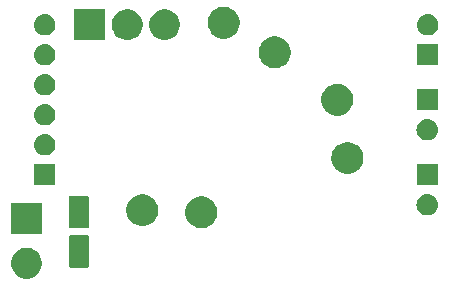
<source format=gbr>
G04 #@! TF.GenerationSoftware,KiCad,Pcbnew,(5.1.0)-1*
G04 #@! TF.CreationDate,2019-04-16T02:17:24+07:00*
G04 #@! TF.ProjectId,Bano,42616e6f-2e6b-4696-9361-645f70636258,rev?*
G04 #@! TF.SameCoordinates,Original*
G04 #@! TF.FileFunction,Soldermask,Bot*
G04 #@! TF.FilePolarity,Negative*
%FSLAX46Y46*%
G04 Gerber Fmt 4.6, Leading zero omitted, Abs format (unit mm)*
G04 Created by KiCad (PCBNEW (5.1.0)-1) date 2019-04-16 02:17:24*
%MOMM*%
%LPD*%
G04 APERTURE LIST*
%ADD10C,0.100000*%
G04 APERTURE END LIST*
D10*
G36*
X63625393Y-63392304D02*
G01*
X63862101Y-63490352D01*
X63862103Y-63490353D01*
X64075135Y-63632696D01*
X64256304Y-63813865D01*
X64398647Y-64026897D01*
X64398648Y-64026899D01*
X64496696Y-64263607D01*
X64546680Y-64514893D01*
X64546680Y-64771107D01*
X64496696Y-65022393D01*
X64398648Y-65259101D01*
X64398647Y-65259103D01*
X64256304Y-65472135D01*
X64075135Y-65653304D01*
X63862103Y-65795647D01*
X63862102Y-65795648D01*
X63862101Y-65795648D01*
X63625393Y-65893696D01*
X63374107Y-65943680D01*
X63117893Y-65943680D01*
X62866607Y-65893696D01*
X62629899Y-65795648D01*
X62629898Y-65795648D01*
X62629897Y-65795647D01*
X62416865Y-65653304D01*
X62235696Y-65472135D01*
X62093353Y-65259103D01*
X62093352Y-65259101D01*
X61995304Y-65022393D01*
X61945320Y-64771107D01*
X61945320Y-64514893D01*
X61995304Y-64263607D01*
X62093352Y-64026899D01*
X62093353Y-64026897D01*
X62235696Y-63813865D01*
X62416865Y-63632696D01*
X62629897Y-63490353D01*
X62629899Y-63490352D01*
X62866607Y-63392304D01*
X63117893Y-63342320D01*
X63374107Y-63342320D01*
X63625393Y-63392304D01*
X63625393Y-63392304D01*
G37*
G36*
X68369997Y-62279051D02*
G01*
X68403652Y-62289261D01*
X68434665Y-62305838D01*
X68461851Y-62328149D01*
X68484162Y-62355335D01*
X68500739Y-62386348D01*
X68510949Y-62420003D01*
X68515000Y-62461138D01*
X68515000Y-64840862D01*
X68510949Y-64881997D01*
X68500739Y-64915652D01*
X68484162Y-64946665D01*
X68461851Y-64973851D01*
X68434665Y-64996162D01*
X68403652Y-65012739D01*
X68369997Y-65022949D01*
X68328862Y-65027000D01*
X66999138Y-65027000D01*
X66958003Y-65022949D01*
X66924348Y-65012739D01*
X66893335Y-64996162D01*
X66866149Y-64973851D01*
X66843838Y-64946665D01*
X66827261Y-64915652D01*
X66817051Y-64881997D01*
X66813000Y-64840862D01*
X66813000Y-62461138D01*
X66817051Y-62420003D01*
X66827261Y-62386348D01*
X66843838Y-62355335D01*
X66866149Y-62328149D01*
X66893335Y-62305838D01*
X66924348Y-62289261D01*
X66958003Y-62279051D01*
X66999138Y-62275000D01*
X68328862Y-62275000D01*
X68369997Y-62279051D01*
X68369997Y-62279051D01*
G37*
G36*
X64546680Y-62133680D02*
G01*
X61945320Y-62133680D01*
X61945320Y-59532320D01*
X64546680Y-59532320D01*
X64546680Y-62133680D01*
X64546680Y-62133680D01*
G37*
G36*
X68369997Y-58929051D02*
G01*
X68403652Y-58939261D01*
X68434665Y-58955838D01*
X68461851Y-58978149D01*
X68484162Y-59005335D01*
X68500739Y-59036348D01*
X68510949Y-59070003D01*
X68515000Y-59111138D01*
X68515000Y-61490862D01*
X68510949Y-61531997D01*
X68500739Y-61565652D01*
X68484162Y-61596665D01*
X68461851Y-61623851D01*
X68434665Y-61646162D01*
X68403652Y-61662739D01*
X68369997Y-61672949D01*
X68328862Y-61677000D01*
X66999138Y-61677000D01*
X66958003Y-61672949D01*
X66924348Y-61662739D01*
X66893335Y-61646162D01*
X66866149Y-61623851D01*
X66843838Y-61596665D01*
X66827261Y-61565652D01*
X66817051Y-61531997D01*
X66813000Y-61490862D01*
X66813000Y-59111138D01*
X66817051Y-59070003D01*
X66827261Y-59036348D01*
X66843838Y-59005335D01*
X66866149Y-58978149D01*
X66893335Y-58955838D01*
X66924348Y-58939261D01*
X66958003Y-58929051D01*
X66999138Y-58925000D01*
X68328862Y-58925000D01*
X68369997Y-58929051D01*
X68369997Y-58929051D01*
G37*
G36*
X78416026Y-59025918D02*
G01*
X78621767Y-59111138D01*
X78661893Y-59127759D01*
X78750566Y-59187009D01*
X78883165Y-59275609D01*
X79071345Y-59463789D01*
X79219196Y-59685063D01*
X79321036Y-59930928D01*
X79372954Y-60191937D01*
X79372954Y-60458063D01*
X79321036Y-60719072D01*
X79219196Y-60964937D01*
X79071345Y-61186211D01*
X78883165Y-61374391D01*
X78773282Y-61447813D01*
X78661893Y-61522241D01*
X78661892Y-61522242D01*
X78661891Y-61522242D01*
X78416026Y-61624082D01*
X78155017Y-61676000D01*
X77888891Y-61676000D01*
X77627882Y-61624082D01*
X77382017Y-61522242D01*
X77382016Y-61522242D01*
X77382015Y-61522241D01*
X77270626Y-61447813D01*
X77160743Y-61374391D01*
X76972563Y-61186211D01*
X76824712Y-60964937D01*
X76722872Y-60719072D01*
X76670954Y-60458063D01*
X76670954Y-60191937D01*
X76722872Y-59930928D01*
X76824712Y-59685063D01*
X76972563Y-59463789D01*
X77160743Y-59275609D01*
X77293342Y-59187009D01*
X77382015Y-59127759D01*
X77422142Y-59111138D01*
X77627882Y-59025918D01*
X77888891Y-58974000D01*
X78155017Y-58974000D01*
X78416026Y-59025918D01*
X78416026Y-59025918D01*
G37*
G36*
X73419072Y-58851421D02*
G01*
X73645580Y-58945243D01*
X73664939Y-58953262D01*
X73739213Y-59002891D01*
X73886211Y-59101112D01*
X74074391Y-59289292D01*
X74222242Y-59510566D01*
X74324082Y-59756431D01*
X74376000Y-60017440D01*
X74376000Y-60283566D01*
X74341290Y-60458063D01*
X74324082Y-60544575D01*
X74222241Y-60790442D01*
X74074390Y-61011715D01*
X73886212Y-61199893D01*
X73664939Y-61347744D01*
X73664938Y-61347745D01*
X73664937Y-61347745D01*
X73419072Y-61449585D01*
X73158063Y-61501503D01*
X72891937Y-61501503D01*
X72630928Y-61449585D01*
X72385063Y-61347745D01*
X72385062Y-61347745D01*
X72385061Y-61347744D01*
X72163788Y-61199893D01*
X71975610Y-61011715D01*
X71827759Y-60790442D01*
X71725918Y-60544575D01*
X71708710Y-60458063D01*
X71674000Y-60283566D01*
X71674000Y-60017440D01*
X71725918Y-59756431D01*
X71827758Y-59510566D01*
X71975609Y-59289292D01*
X72163789Y-59101112D01*
X72310787Y-59002891D01*
X72385061Y-58953262D01*
X72404421Y-58945243D01*
X72630928Y-58851421D01*
X72891937Y-58799503D01*
X73158063Y-58799503D01*
X73419072Y-58851421D01*
X73419072Y-58851421D01*
G37*
G36*
X97265442Y-58795518D02*
G01*
X97331627Y-58802037D01*
X97501466Y-58853557D01*
X97657991Y-58937222D01*
X97693729Y-58966552D01*
X97795186Y-59049814D01*
X97868423Y-59139055D01*
X97907778Y-59187009D01*
X97991443Y-59343534D01*
X98042963Y-59513373D01*
X98060359Y-59690000D01*
X98042963Y-59866627D01*
X97991443Y-60036466D01*
X97907778Y-60192991D01*
X97878448Y-60228729D01*
X97795186Y-60330186D01*
X97693729Y-60413448D01*
X97657991Y-60442778D01*
X97501466Y-60526443D01*
X97331627Y-60577963D01*
X97265443Y-60584481D01*
X97199260Y-60591000D01*
X97110740Y-60591000D01*
X97044557Y-60584481D01*
X96978373Y-60577963D01*
X96808534Y-60526443D01*
X96652009Y-60442778D01*
X96616271Y-60413448D01*
X96514814Y-60330186D01*
X96431552Y-60228729D01*
X96402222Y-60192991D01*
X96318557Y-60036466D01*
X96267037Y-59866627D01*
X96249641Y-59690000D01*
X96267037Y-59513373D01*
X96318557Y-59343534D01*
X96402222Y-59187009D01*
X96441577Y-59139055D01*
X96514814Y-59049814D01*
X96616271Y-58966552D01*
X96652009Y-58937222D01*
X96808534Y-58853557D01*
X96978373Y-58802037D01*
X97044558Y-58795518D01*
X97110740Y-58789000D01*
X97199260Y-58789000D01*
X97265442Y-58795518D01*
X97265442Y-58795518D01*
G37*
G36*
X65671000Y-58051000D02*
G01*
X63869000Y-58051000D01*
X63869000Y-56249000D01*
X65671000Y-56249000D01*
X65671000Y-58051000D01*
X65671000Y-58051000D01*
G37*
G36*
X98056000Y-58051000D02*
G01*
X96254000Y-58051000D01*
X96254000Y-56249000D01*
X98056000Y-56249000D01*
X98056000Y-58051000D01*
X98056000Y-58051000D01*
G37*
G36*
X90797313Y-54424957D02*
G01*
X91043180Y-54526798D01*
X91154569Y-54601226D01*
X91264452Y-54674648D01*
X91452632Y-54862828D01*
X91600483Y-55084102D01*
X91702323Y-55329967D01*
X91735740Y-55497963D01*
X91754241Y-55590977D01*
X91754241Y-55857101D01*
X91702323Y-56118111D01*
X91600482Y-56363978D01*
X91452631Y-56585251D01*
X91264453Y-56773429D01*
X91043180Y-56921280D01*
X91043179Y-56921281D01*
X91043178Y-56921281D01*
X90797313Y-57023121D01*
X90536304Y-57075039D01*
X90270178Y-57075039D01*
X90009169Y-57023121D01*
X89763304Y-56921281D01*
X89763303Y-56921281D01*
X89763302Y-56921280D01*
X89542029Y-56773429D01*
X89353851Y-56585251D01*
X89206000Y-56363978D01*
X89104159Y-56118111D01*
X89052241Y-55857101D01*
X89052241Y-55590977D01*
X89070743Y-55497963D01*
X89104159Y-55329967D01*
X89205999Y-55084102D01*
X89353850Y-54862828D01*
X89542030Y-54674648D01*
X89651913Y-54601226D01*
X89763302Y-54526798D01*
X90009169Y-54424957D01*
X90270178Y-54373039D01*
X90536304Y-54373039D01*
X90797313Y-54424957D01*
X90797313Y-54424957D01*
G37*
G36*
X64880442Y-53715518D02*
G01*
X64946627Y-53722037D01*
X65116466Y-53773557D01*
X65272991Y-53857222D01*
X65308729Y-53886552D01*
X65410186Y-53969814D01*
X65493448Y-54071271D01*
X65522778Y-54107009D01*
X65606443Y-54263534D01*
X65657963Y-54433373D01*
X65675359Y-54610000D01*
X65657963Y-54786627D01*
X65606443Y-54956466D01*
X65522778Y-55112991D01*
X65493448Y-55148729D01*
X65410186Y-55250186D01*
X65312971Y-55329967D01*
X65272991Y-55362778D01*
X65116466Y-55446443D01*
X64946627Y-55497963D01*
X64880442Y-55504482D01*
X64814260Y-55511000D01*
X64725740Y-55511000D01*
X64659558Y-55504482D01*
X64593373Y-55497963D01*
X64423534Y-55446443D01*
X64267009Y-55362778D01*
X64227029Y-55329967D01*
X64129814Y-55250186D01*
X64046552Y-55148729D01*
X64017222Y-55112991D01*
X63933557Y-54956466D01*
X63882037Y-54786627D01*
X63864641Y-54610000D01*
X63882037Y-54433373D01*
X63933557Y-54263534D01*
X64017222Y-54107009D01*
X64046552Y-54071271D01*
X64129814Y-53969814D01*
X64231271Y-53886552D01*
X64267009Y-53857222D01*
X64423534Y-53773557D01*
X64593373Y-53722037D01*
X64659558Y-53715518D01*
X64725740Y-53709000D01*
X64814260Y-53709000D01*
X64880442Y-53715518D01*
X64880442Y-53715518D01*
G37*
G36*
X97265443Y-52445519D02*
G01*
X97331627Y-52452037D01*
X97501466Y-52503557D01*
X97657991Y-52587222D01*
X97693729Y-52616552D01*
X97795186Y-52699814D01*
X97878448Y-52801271D01*
X97907778Y-52837009D01*
X97991443Y-52993534D01*
X98042963Y-53163373D01*
X98060359Y-53340000D01*
X98042963Y-53516627D01*
X97991443Y-53686466D01*
X97907778Y-53842991D01*
X97878448Y-53878729D01*
X97795186Y-53980186D01*
X97693729Y-54063448D01*
X97657991Y-54092778D01*
X97501466Y-54176443D01*
X97331627Y-54227963D01*
X97265442Y-54234482D01*
X97199260Y-54241000D01*
X97110740Y-54241000D01*
X97044558Y-54234482D01*
X96978373Y-54227963D01*
X96808534Y-54176443D01*
X96652009Y-54092778D01*
X96616271Y-54063448D01*
X96514814Y-53980186D01*
X96431552Y-53878729D01*
X96402222Y-53842991D01*
X96318557Y-53686466D01*
X96267037Y-53516627D01*
X96249641Y-53340000D01*
X96267037Y-53163373D01*
X96318557Y-52993534D01*
X96402222Y-52837009D01*
X96431552Y-52801271D01*
X96514814Y-52699814D01*
X96616271Y-52616552D01*
X96652009Y-52587222D01*
X96808534Y-52503557D01*
X96978373Y-52452037D01*
X97044558Y-52445518D01*
X97110740Y-52439000D01*
X97199260Y-52439000D01*
X97265443Y-52445519D01*
X97265443Y-52445519D01*
G37*
G36*
X64880443Y-51175519D02*
G01*
X64946627Y-51182037D01*
X65116466Y-51233557D01*
X65272991Y-51317222D01*
X65308729Y-51346552D01*
X65410186Y-51429814D01*
X65493448Y-51531271D01*
X65522778Y-51567009D01*
X65606443Y-51723534D01*
X65657963Y-51893373D01*
X65675359Y-52070000D01*
X65657963Y-52246627D01*
X65606443Y-52416466D01*
X65522778Y-52572991D01*
X65493448Y-52608729D01*
X65410186Y-52710186D01*
X65308729Y-52793448D01*
X65272991Y-52822778D01*
X65116466Y-52906443D01*
X64946627Y-52957963D01*
X64880442Y-52964482D01*
X64814260Y-52971000D01*
X64725740Y-52971000D01*
X64659558Y-52964482D01*
X64593373Y-52957963D01*
X64423534Y-52906443D01*
X64267009Y-52822778D01*
X64231271Y-52793448D01*
X64129814Y-52710186D01*
X64046552Y-52608729D01*
X64017222Y-52572991D01*
X63933557Y-52416466D01*
X63882037Y-52246627D01*
X63864641Y-52070000D01*
X63882037Y-51893373D01*
X63933557Y-51723534D01*
X64017222Y-51567009D01*
X64046552Y-51531271D01*
X64129814Y-51429814D01*
X64231271Y-51346552D01*
X64267009Y-51317222D01*
X64423534Y-51233557D01*
X64593373Y-51182037D01*
X64659557Y-51175519D01*
X64725740Y-51169000D01*
X64814260Y-51169000D01*
X64880443Y-51175519D01*
X64880443Y-51175519D01*
G37*
G36*
X89929072Y-49500918D02*
G01*
X89999283Y-49530000D01*
X90174939Y-49602759D01*
X90286328Y-49677187D01*
X90396211Y-49750609D01*
X90584391Y-49938789D01*
X90732242Y-50160063D01*
X90834082Y-50405928D01*
X90886000Y-50666937D01*
X90886000Y-50933063D01*
X90834082Y-51194072D01*
X90736435Y-51429815D01*
X90732241Y-51439939D01*
X90584390Y-51661212D01*
X90396212Y-51849390D01*
X90174939Y-51997241D01*
X90174938Y-51997242D01*
X90174937Y-51997242D01*
X89929072Y-52099082D01*
X89668063Y-52151000D01*
X89401937Y-52151000D01*
X89140928Y-52099082D01*
X88895063Y-51997242D01*
X88895062Y-51997242D01*
X88895061Y-51997241D01*
X88673788Y-51849390D01*
X88485610Y-51661212D01*
X88337759Y-51439939D01*
X88333566Y-51429815D01*
X88235918Y-51194072D01*
X88184000Y-50933063D01*
X88184000Y-50666937D01*
X88235918Y-50405928D01*
X88337758Y-50160063D01*
X88485609Y-49938789D01*
X88673789Y-49750609D01*
X88783672Y-49677187D01*
X88895061Y-49602759D01*
X89070718Y-49530000D01*
X89140928Y-49500918D01*
X89401937Y-49449000D01*
X89668063Y-49449000D01*
X89929072Y-49500918D01*
X89929072Y-49500918D01*
G37*
G36*
X98056000Y-51701000D02*
G01*
X96254000Y-51701000D01*
X96254000Y-49899000D01*
X98056000Y-49899000D01*
X98056000Y-51701000D01*
X98056000Y-51701000D01*
G37*
G36*
X64880443Y-48635519D02*
G01*
X64946627Y-48642037D01*
X65116466Y-48693557D01*
X65272991Y-48777222D01*
X65308729Y-48806552D01*
X65410186Y-48889814D01*
X65493448Y-48991271D01*
X65522778Y-49027009D01*
X65606443Y-49183534D01*
X65657963Y-49353373D01*
X65675359Y-49530000D01*
X65657963Y-49706627D01*
X65606443Y-49876466D01*
X65522778Y-50032991D01*
X65493448Y-50068729D01*
X65410186Y-50170186D01*
X65308729Y-50253448D01*
X65272991Y-50282778D01*
X65116466Y-50366443D01*
X64946627Y-50417963D01*
X64880443Y-50424481D01*
X64814260Y-50431000D01*
X64725740Y-50431000D01*
X64659558Y-50424482D01*
X64593373Y-50417963D01*
X64423534Y-50366443D01*
X64267009Y-50282778D01*
X64231271Y-50253448D01*
X64129814Y-50170186D01*
X64046552Y-50068729D01*
X64017222Y-50032991D01*
X63933557Y-49876466D01*
X63882037Y-49706627D01*
X63864641Y-49530000D01*
X63882037Y-49353373D01*
X63933557Y-49183534D01*
X64017222Y-49027009D01*
X64046552Y-48991271D01*
X64129814Y-48889814D01*
X64231271Y-48806552D01*
X64267009Y-48777222D01*
X64423534Y-48693557D01*
X64593373Y-48642037D01*
X64659557Y-48635519D01*
X64725740Y-48629000D01*
X64814260Y-48629000D01*
X64880443Y-48635519D01*
X64880443Y-48635519D01*
G37*
G36*
X84649072Y-45490918D02*
G01*
X84894939Y-45592759D01*
X84967136Y-45641000D01*
X85116211Y-45740609D01*
X85304391Y-45928789D01*
X85452242Y-46150063D01*
X85554082Y-46395928D01*
X85603334Y-46643532D01*
X85606000Y-46656938D01*
X85606000Y-46923062D01*
X85554082Y-47184072D01*
X85452241Y-47429939D01*
X85304390Y-47651212D01*
X85116212Y-47839390D01*
X84894939Y-47987241D01*
X84894938Y-47987242D01*
X84894937Y-47987242D01*
X84649072Y-48089082D01*
X84388063Y-48141000D01*
X84121937Y-48141000D01*
X83860928Y-48089082D01*
X83615063Y-47987242D01*
X83615062Y-47987242D01*
X83615061Y-47987241D01*
X83393788Y-47839390D01*
X83205610Y-47651212D01*
X83057759Y-47429939D01*
X82955918Y-47184072D01*
X82904000Y-46923062D01*
X82904000Y-46656938D01*
X82906667Y-46643532D01*
X82955918Y-46395928D01*
X83057758Y-46150063D01*
X83205609Y-45928789D01*
X83393789Y-45740609D01*
X83542864Y-45641000D01*
X83615061Y-45592759D01*
X83860928Y-45490918D01*
X84121937Y-45439000D01*
X84388063Y-45439000D01*
X84649072Y-45490918D01*
X84649072Y-45490918D01*
G37*
G36*
X98106000Y-47891000D02*
G01*
X96304000Y-47891000D01*
X96304000Y-46089000D01*
X98106000Y-46089000D01*
X98106000Y-47891000D01*
X98106000Y-47891000D01*
G37*
G36*
X64880442Y-46095518D02*
G01*
X64946627Y-46102037D01*
X65116466Y-46153557D01*
X65272991Y-46237222D01*
X65308729Y-46266552D01*
X65410186Y-46349814D01*
X65493448Y-46451271D01*
X65522778Y-46487009D01*
X65606443Y-46643534D01*
X65657963Y-46813373D01*
X65675359Y-46990000D01*
X65657963Y-47166627D01*
X65606443Y-47336466D01*
X65522778Y-47492991D01*
X65493448Y-47528729D01*
X65410186Y-47630186D01*
X65308729Y-47713448D01*
X65272991Y-47742778D01*
X65116466Y-47826443D01*
X64946627Y-47877963D01*
X64880443Y-47884481D01*
X64814260Y-47891000D01*
X64725740Y-47891000D01*
X64659557Y-47884481D01*
X64593373Y-47877963D01*
X64423534Y-47826443D01*
X64267009Y-47742778D01*
X64231271Y-47713448D01*
X64129814Y-47630186D01*
X64046552Y-47528729D01*
X64017222Y-47492991D01*
X63933557Y-47336466D01*
X63882037Y-47166627D01*
X63864641Y-46990000D01*
X63882037Y-46813373D01*
X63933557Y-46643534D01*
X64017222Y-46487009D01*
X64046552Y-46451271D01*
X64129814Y-46349814D01*
X64231271Y-46266552D01*
X64267009Y-46237222D01*
X64423534Y-46153557D01*
X64593373Y-46102037D01*
X64659558Y-46095518D01*
X64725740Y-46089000D01*
X64814260Y-46089000D01*
X64880442Y-46095518D01*
X64880442Y-46095518D01*
G37*
G36*
X69880680Y-45750680D02*
G01*
X67279320Y-45750680D01*
X67279320Y-43149320D01*
X69880680Y-43149320D01*
X69880680Y-45750680D01*
X69880680Y-45750680D01*
G37*
G36*
X72134393Y-43199304D02*
G01*
X72371101Y-43297352D01*
X72371103Y-43297353D01*
X72584135Y-43439696D01*
X72765304Y-43620865D01*
X72891555Y-43809814D01*
X72907648Y-43833899D01*
X73005696Y-44070607D01*
X73055680Y-44321893D01*
X73055680Y-44578107D01*
X73005696Y-44829393D01*
X72907648Y-45066101D01*
X72907647Y-45066103D01*
X72765304Y-45279135D01*
X72584135Y-45460304D01*
X72371103Y-45602647D01*
X72371102Y-45602648D01*
X72371101Y-45602648D01*
X72134393Y-45700696D01*
X71883107Y-45750680D01*
X71626893Y-45750680D01*
X71375607Y-45700696D01*
X71138899Y-45602648D01*
X71138898Y-45602648D01*
X71138897Y-45602647D01*
X70925865Y-45460304D01*
X70744696Y-45279135D01*
X70602353Y-45066103D01*
X70602352Y-45066101D01*
X70504304Y-44829393D01*
X70454320Y-44578107D01*
X70454320Y-44321893D01*
X70504304Y-44070607D01*
X70602352Y-43833899D01*
X70618445Y-43809814D01*
X70744696Y-43620865D01*
X70925865Y-43439696D01*
X71138897Y-43297353D01*
X71138899Y-43297352D01*
X71375607Y-43199304D01*
X71626893Y-43149320D01*
X71883107Y-43149320D01*
X72134393Y-43199304D01*
X72134393Y-43199304D01*
G37*
G36*
X75309393Y-43199304D02*
G01*
X75546101Y-43297352D01*
X75546103Y-43297353D01*
X75759135Y-43439696D01*
X75940304Y-43620865D01*
X76066555Y-43809814D01*
X76082648Y-43833899D01*
X76180696Y-44070607D01*
X76230680Y-44321893D01*
X76230680Y-44578107D01*
X76180696Y-44829393D01*
X76082648Y-45066101D01*
X76082647Y-45066103D01*
X75940304Y-45279135D01*
X75759135Y-45460304D01*
X75546103Y-45602647D01*
X75546102Y-45602648D01*
X75546101Y-45602648D01*
X75309393Y-45700696D01*
X75058107Y-45750680D01*
X74801893Y-45750680D01*
X74550607Y-45700696D01*
X74313899Y-45602648D01*
X74313898Y-45602648D01*
X74313897Y-45602647D01*
X74100865Y-45460304D01*
X73919696Y-45279135D01*
X73777353Y-45066103D01*
X73777352Y-45066101D01*
X73679304Y-44829393D01*
X73629320Y-44578107D01*
X73629320Y-44321893D01*
X73679304Y-44070607D01*
X73777352Y-43833899D01*
X73793445Y-43809814D01*
X73919696Y-43620865D01*
X74100865Y-43439696D01*
X74313897Y-43297353D01*
X74313899Y-43297352D01*
X74550607Y-43199304D01*
X74801893Y-43149320D01*
X75058107Y-43149320D01*
X75309393Y-43199304D01*
X75309393Y-43199304D01*
G37*
G36*
X80318945Y-42990918D02*
G01*
X80564812Y-43092759D01*
X80786085Y-43240610D01*
X80974263Y-43428788D01*
X81102606Y-43620865D01*
X81122115Y-43650063D01*
X81223955Y-43895928D01*
X81275873Y-44156937D01*
X81275873Y-44423063D01*
X81223955Y-44684072D01*
X81122115Y-44929937D01*
X81031132Y-45066103D01*
X80974263Y-45151212D01*
X80786085Y-45339390D01*
X80564812Y-45487241D01*
X80564811Y-45487242D01*
X80564810Y-45487242D01*
X80318945Y-45589082D01*
X80057936Y-45641000D01*
X79791810Y-45641000D01*
X79530801Y-45589082D01*
X79284936Y-45487242D01*
X79284935Y-45487242D01*
X79284934Y-45487241D01*
X79063661Y-45339390D01*
X78875483Y-45151212D01*
X78818615Y-45066103D01*
X78727631Y-44929937D01*
X78625791Y-44684072D01*
X78573873Y-44423063D01*
X78573873Y-44156937D01*
X78625791Y-43895928D01*
X78727631Y-43650063D01*
X78747141Y-43620865D01*
X78875483Y-43428788D01*
X79063661Y-43240610D01*
X79284934Y-43092759D01*
X79530801Y-42990918D01*
X79791810Y-42939000D01*
X80057936Y-42939000D01*
X80318945Y-42990918D01*
X80318945Y-42990918D01*
G37*
G36*
X97315443Y-43555519D02*
G01*
X97381627Y-43562037D01*
X97551466Y-43613557D01*
X97707991Y-43697222D01*
X97743729Y-43726552D01*
X97845186Y-43809814D01*
X97915857Y-43895928D01*
X97957778Y-43947009D01*
X97957779Y-43947011D01*
X98023843Y-44070606D01*
X98041443Y-44103534D01*
X98092963Y-44273373D01*
X98110359Y-44450000D01*
X98092963Y-44626627D01*
X98075537Y-44684072D01*
X98041442Y-44796468D01*
X97999611Y-44874728D01*
X97957778Y-44952991D01*
X97928448Y-44988729D01*
X97845186Y-45090186D01*
X97743729Y-45173448D01*
X97707991Y-45202778D01*
X97551466Y-45286443D01*
X97381627Y-45337963D01*
X97315442Y-45344482D01*
X97249260Y-45351000D01*
X97160740Y-45351000D01*
X97094558Y-45344482D01*
X97028373Y-45337963D01*
X96858534Y-45286443D01*
X96702009Y-45202778D01*
X96666271Y-45173448D01*
X96564814Y-45090186D01*
X96481552Y-44988729D01*
X96452222Y-44952991D01*
X96410389Y-44874728D01*
X96368558Y-44796468D01*
X96334463Y-44684072D01*
X96317037Y-44626627D01*
X96299641Y-44450000D01*
X96317037Y-44273373D01*
X96368557Y-44103534D01*
X96386158Y-44070606D01*
X96452221Y-43947011D01*
X96452222Y-43947009D01*
X96494143Y-43895928D01*
X96564814Y-43809814D01*
X96666271Y-43726552D01*
X96702009Y-43697222D01*
X96858534Y-43613557D01*
X97028373Y-43562037D01*
X97094558Y-43555518D01*
X97160740Y-43549000D01*
X97249260Y-43549000D01*
X97315443Y-43555519D01*
X97315443Y-43555519D01*
G37*
G36*
X64880443Y-43555519D02*
G01*
X64946627Y-43562037D01*
X65116466Y-43613557D01*
X65272991Y-43697222D01*
X65308729Y-43726552D01*
X65410186Y-43809814D01*
X65480857Y-43895928D01*
X65522778Y-43947009D01*
X65522779Y-43947011D01*
X65588843Y-44070606D01*
X65606443Y-44103534D01*
X65657963Y-44273373D01*
X65675359Y-44450000D01*
X65657963Y-44626627D01*
X65640537Y-44684072D01*
X65606442Y-44796468D01*
X65564611Y-44874728D01*
X65522778Y-44952991D01*
X65493448Y-44988729D01*
X65410186Y-45090186D01*
X65308729Y-45173448D01*
X65272991Y-45202778D01*
X65116466Y-45286443D01*
X64946627Y-45337963D01*
X64880442Y-45344482D01*
X64814260Y-45351000D01*
X64725740Y-45351000D01*
X64659558Y-45344482D01*
X64593373Y-45337963D01*
X64423534Y-45286443D01*
X64267009Y-45202778D01*
X64231271Y-45173448D01*
X64129814Y-45090186D01*
X64046552Y-44988729D01*
X64017222Y-44952991D01*
X63975389Y-44874728D01*
X63933558Y-44796468D01*
X63899463Y-44684072D01*
X63882037Y-44626627D01*
X63864641Y-44450000D01*
X63882037Y-44273373D01*
X63933557Y-44103534D01*
X63951158Y-44070606D01*
X64017221Y-43947011D01*
X64017222Y-43947009D01*
X64059143Y-43895928D01*
X64129814Y-43809814D01*
X64231271Y-43726552D01*
X64267009Y-43697222D01*
X64423534Y-43613557D01*
X64593373Y-43562037D01*
X64659557Y-43555519D01*
X64725740Y-43549000D01*
X64814260Y-43549000D01*
X64880443Y-43555519D01*
X64880443Y-43555519D01*
G37*
M02*

</source>
